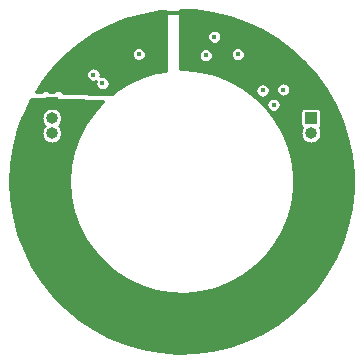
<source format=gbr>
G04 #@! TF.GenerationSoftware,KiCad,Pcbnew,(5.1.4)-1*
G04 #@! TF.CreationDate,2020-07-30T12:24:00-07:00*
G04 #@! TF.ProjectId,Kicad LED Rings,4b696361-6420-44c4-9544-2052696e6773,rev?*
G04 #@! TF.SameCoordinates,Original*
G04 #@! TF.FileFunction,Copper,L2,Inr*
G04 #@! TF.FilePolarity,Positive*
%FSLAX46Y46*%
G04 Gerber Fmt 4.6, Leading zero omitted, Abs format (unit mm)*
G04 Created by KiCad (PCBNEW (5.1.4)-1) date 2020-07-30 12:24:00*
%MOMM*%
%LPD*%
G04 APERTURE LIST*
%ADD10R,1.000000X1.000000*%
%ADD11O,1.000000X1.000000*%
%ADD12C,0.450000*%
%ADD13C,0.304800*%
%ADD14C,0.254000*%
G04 APERTURE END LIST*
D10*
X98659680Y-73283900D03*
D11*
X98659680Y-74553900D03*
X98659680Y-75823900D03*
D10*
X120591580Y-74553420D03*
D11*
X120591580Y-75823420D03*
D12*
X112412780Y-67665600D03*
X115846860Y-69682360D03*
X105369160Y-67236140D03*
X109595920Y-68486020D03*
X102946200Y-71594980D03*
X117436900Y-73416160D03*
X102176580Y-70868540D03*
X111691370Y-69230190D03*
X118239540Y-72130920D03*
X114409220Y-69148960D03*
X106029760Y-69128640D03*
X116499640Y-72204580D03*
D13*
X109976920Y-65620900D02*
X107881420Y-65620900D01*
D14*
G36*
X108305485Y-70523092D02*
G01*
X107447477Y-70667820D01*
X106235267Y-71043851D01*
X105083993Y-71578099D01*
X104014199Y-72261029D01*
X103759912Y-72476016D01*
X99656313Y-72388094D01*
X99610865Y-72332715D01*
X99514174Y-72253363D01*
X99403860Y-72194398D01*
X99284162Y-72158088D01*
X99159680Y-72145828D01*
X98945430Y-72148900D01*
X98786680Y-72307650D01*
X98786680Y-72369461D01*
X98532680Y-72364019D01*
X98532680Y-72307650D01*
X98373930Y-72148900D01*
X98159680Y-72145828D01*
X98035198Y-72158088D01*
X97915500Y-72194398D01*
X97805186Y-72253363D01*
X97708495Y-72332715D01*
X97697490Y-72346125D01*
X97282407Y-72337231D01*
X97816604Y-71497385D01*
X98361556Y-70808854D01*
X101570580Y-70808854D01*
X101570580Y-70928226D01*
X101593868Y-71045304D01*
X101639550Y-71155589D01*
X101705869Y-71254842D01*
X101790278Y-71339251D01*
X101889531Y-71405570D01*
X101999816Y-71451252D01*
X102116894Y-71474540D01*
X102236266Y-71474540D01*
X102353344Y-71451252D01*
X102357238Y-71449639D01*
X102340200Y-71535294D01*
X102340200Y-71654666D01*
X102363488Y-71771744D01*
X102409170Y-71882029D01*
X102475489Y-71981282D01*
X102559898Y-72065691D01*
X102659151Y-72132010D01*
X102769436Y-72177692D01*
X102886514Y-72200980D01*
X103005886Y-72200980D01*
X103122964Y-72177692D01*
X103233249Y-72132010D01*
X103332502Y-72065691D01*
X103416911Y-71981282D01*
X103483230Y-71882029D01*
X103528912Y-71771744D01*
X103552200Y-71654666D01*
X103552200Y-71535294D01*
X103528912Y-71418216D01*
X103483230Y-71307931D01*
X103416911Y-71208678D01*
X103332502Y-71124269D01*
X103233249Y-71057950D01*
X103122964Y-71012268D01*
X103005886Y-70988980D01*
X102886514Y-70988980D01*
X102769436Y-71012268D01*
X102765542Y-71013881D01*
X102782580Y-70928226D01*
X102782580Y-70808854D01*
X102759292Y-70691776D01*
X102713610Y-70581491D01*
X102647291Y-70482238D01*
X102562882Y-70397829D01*
X102463629Y-70331510D01*
X102353344Y-70285828D01*
X102236266Y-70262540D01*
X102116894Y-70262540D01*
X101999816Y-70285828D01*
X101889531Y-70331510D01*
X101790278Y-70397829D01*
X101705869Y-70482238D01*
X101639550Y-70581491D01*
X101593868Y-70691776D01*
X101570580Y-70808854D01*
X98361556Y-70808854D01*
X98744315Y-70325251D01*
X99787630Y-69254718D01*
X100010305Y-69068954D01*
X105423760Y-69068954D01*
X105423760Y-69188326D01*
X105447048Y-69305404D01*
X105492730Y-69415689D01*
X105559049Y-69514942D01*
X105643458Y-69599351D01*
X105742711Y-69665670D01*
X105852996Y-69711352D01*
X105970074Y-69734640D01*
X106089446Y-69734640D01*
X106206524Y-69711352D01*
X106316809Y-69665670D01*
X106416062Y-69599351D01*
X106500471Y-69514942D01*
X106566790Y-69415689D01*
X106612472Y-69305404D01*
X106635760Y-69188326D01*
X106635760Y-69068954D01*
X106612472Y-68951876D01*
X106566790Y-68841591D01*
X106500471Y-68742338D01*
X106416062Y-68657929D01*
X106316809Y-68591610D01*
X106206524Y-68545928D01*
X106089446Y-68522640D01*
X105970074Y-68522640D01*
X105852996Y-68545928D01*
X105742711Y-68591610D01*
X105643458Y-68657929D01*
X105559049Y-68742338D01*
X105492730Y-68841591D01*
X105447048Y-68951876D01*
X105423760Y-69068954D01*
X100010305Y-69068954D01*
X100935489Y-68297134D01*
X102175723Y-67462649D01*
X103495187Y-66760109D01*
X104879893Y-66196961D01*
X106315164Y-65779175D01*
X107785784Y-65511178D01*
X108320381Y-65469797D01*
X108305485Y-70523092D01*
X108305485Y-70523092D01*
G37*
X108305485Y-70523092D02*
X107447477Y-70667820D01*
X106235267Y-71043851D01*
X105083993Y-71578099D01*
X104014199Y-72261029D01*
X103759912Y-72476016D01*
X99656313Y-72388094D01*
X99610865Y-72332715D01*
X99514174Y-72253363D01*
X99403860Y-72194398D01*
X99284162Y-72158088D01*
X99159680Y-72145828D01*
X98945430Y-72148900D01*
X98786680Y-72307650D01*
X98786680Y-72369461D01*
X98532680Y-72364019D01*
X98532680Y-72307650D01*
X98373930Y-72148900D01*
X98159680Y-72145828D01*
X98035198Y-72158088D01*
X97915500Y-72194398D01*
X97805186Y-72253363D01*
X97708495Y-72332715D01*
X97697490Y-72346125D01*
X97282407Y-72337231D01*
X97816604Y-71497385D01*
X98361556Y-70808854D01*
X101570580Y-70808854D01*
X101570580Y-70928226D01*
X101593868Y-71045304D01*
X101639550Y-71155589D01*
X101705869Y-71254842D01*
X101790278Y-71339251D01*
X101889531Y-71405570D01*
X101999816Y-71451252D01*
X102116894Y-71474540D01*
X102236266Y-71474540D01*
X102353344Y-71451252D01*
X102357238Y-71449639D01*
X102340200Y-71535294D01*
X102340200Y-71654666D01*
X102363488Y-71771744D01*
X102409170Y-71882029D01*
X102475489Y-71981282D01*
X102559898Y-72065691D01*
X102659151Y-72132010D01*
X102769436Y-72177692D01*
X102886514Y-72200980D01*
X103005886Y-72200980D01*
X103122964Y-72177692D01*
X103233249Y-72132010D01*
X103332502Y-72065691D01*
X103416911Y-71981282D01*
X103483230Y-71882029D01*
X103528912Y-71771744D01*
X103552200Y-71654666D01*
X103552200Y-71535294D01*
X103528912Y-71418216D01*
X103483230Y-71307931D01*
X103416911Y-71208678D01*
X103332502Y-71124269D01*
X103233249Y-71057950D01*
X103122964Y-71012268D01*
X103005886Y-70988980D01*
X102886514Y-70988980D01*
X102769436Y-71012268D01*
X102765542Y-71013881D01*
X102782580Y-70928226D01*
X102782580Y-70808854D01*
X102759292Y-70691776D01*
X102713610Y-70581491D01*
X102647291Y-70482238D01*
X102562882Y-70397829D01*
X102463629Y-70331510D01*
X102353344Y-70285828D01*
X102236266Y-70262540D01*
X102116894Y-70262540D01*
X101999816Y-70285828D01*
X101889531Y-70331510D01*
X101790278Y-70397829D01*
X101705869Y-70482238D01*
X101639550Y-70581491D01*
X101593868Y-70691776D01*
X101570580Y-70808854D01*
X98361556Y-70808854D01*
X98744315Y-70325251D01*
X99787630Y-69254718D01*
X100010305Y-69068954D01*
X105423760Y-69068954D01*
X105423760Y-69188326D01*
X105447048Y-69305404D01*
X105492730Y-69415689D01*
X105559049Y-69514942D01*
X105643458Y-69599351D01*
X105742711Y-69665670D01*
X105852996Y-69711352D01*
X105970074Y-69734640D01*
X106089446Y-69734640D01*
X106206524Y-69711352D01*
X106316809Y-69665670D01*
X106416062Y-69599351D01*
X106500471Y-69514942D01*
X106566790Y-69415689D01*
X106612472Y-69305404D01*
X106635760Y-69188326D01*
X106635760Y-69068954D01*
X106612472Y-68951876D01*
X106566790Y-68841591D01*
X106500471Y-68742338D01*
X106416062Y-68657929D01*
X106316809Y-68591610D01*
X106206524Y-68545928D01*
X106089446Y-68522640D01*
X105970074Y-68522640D01*
X105852996Y-68545928D01*
X105742711Y-68591610D01*
X105643458Y-68657929D01*
X105559049Y-68742338D01*
X105492730Y-68841591D01*
X105447048Y-68951876D01*
X105423760Y-69068954D01*
X100010305Y-69068954D01*
X100935489Y-68297134D01*
X102175723Y-67462649D01*
X103495187Y-66760109D01*
X104879893Y-66196961D01*
X106315164Y-65779175D01*
X107785784Y-65511178D01*
X108320381Y-65469797D01*
X108305485Y-70523092D01*
G36*
X110770511Y-65434303D02*
G01*
X112252977Y-65626238D01*
X113707852Y-65969584D01*
X115119712Y-66460702D01*
X116473592Y-67094387D01*
X117755141Y-67863919D01*
X118950772Y-68761144D01*
X120047814Y-69776549D01*
X121034635Y-70899371D01*
X121900777Y-72117708D01*
X122637058Y-73418645D01*
X123235672Y-74788392D01*
X123690276Y-76212430D01*
X123996048Y-77675663D01*
X124149749Y-79162580D01*
X124149749Y-80657420D01*
X123996048Y-82144337D01*
X123690276Y-83607570D01*
X123235672Y-85031608D01*
X122637058Y-86401355D01*
X121900777Y-87702292D01*
X121034635Y-88920629D01*
X120047814Y-90043451D01*
X118950772Y-91058856D01*
X117755141Y-91956081D01*
X116473592Y-92725613D01*
X115119712Y-93359298D01*
X113707852Y-93850416D01*
X112252977Y-94193762D01*
X110770511Y-94385697D01*
X109276166Y-94424186D01*
X107785784Y-94308822D01*
X106315164Y-94040825D01*
X104879893Y-93623039D01*
X103495187Y-93059891D01*
X102175723Y-92357351D01*
X100935489Y-91522866D01*
X99787630Y-90565282D01*
X98744315Y-89494749D01*
X97816604Y-88322615D01*
X97014329Y-87061305D01*
X96345995Y-85724190D01*
X95818687Y-84325443D01*
X95437994Y-82879891D01*
X95207953Y-81402858D01*
X95131000Y-79910000D01*
X95207953Y-78417142D01*
X95437994Y-76940109D01*
X95818687Y-75494557D01*
X96173301Y-74553900D01*
X97774418Y-74553900D01*
X97791428Y-74726606D01*
X97841805Y-74892675D01*
X97923612Y-75045725D01*
X98033705Y-75179875D01*
X98044702Y-75188900D01*
X98033705Y-75197925D01*
X97923612Y-75332075D01*
X97841805Y-75485125D01*
X97791428Y-75651194D01*
X97774418Y-75823900D01*
X97791428Y-75996606D01*
X97841805Y-76162675D01*
X97923612Y-76315725D01*
X98033705Y-76449875D01*
X98167855Y-76559968D01*
X98320905Y-76641775D01*
X98486974Y-76692152D01*
X98616407Y-76704900D01*
X98702953Y-76704900D01*
X98832386Y-76692152D01*
X98998455Y-76641775D01*
X99151505Y-76559968D01*
X99285655Y-76449875D01*
X99395748Y-76315725D01*
X99477555Y-76162675D01*
X99527932Y-75996606D01*
X99544942Y-75823900D01*
X99527932Y-75651194D01*
X99477555Y-75485125D01*
X99395748Y-75332075D01*
X99285655Y-75197925D01*
X99274658Y-75188900D01*
X99285655Y-75179875D01*
X99395748Y-75045725D01*
X99477555Y-74892675D01*
X99527932Y-74726606D01*
X99544942Y-74553900D01*
X99527932Y-74381194D01*
X99477555Y-74215125D01*
X99395748Y-74062075D01*
X99285655Y-73927925D01*
X99151505Y-73817832D01*
X98998455Y-73736025D01*
X98832386Y-73685648D01*
X98702953Y-73672900D01*
X98616407Y-73672900D01*
X98486974Y-73685648D01*
X98320905Y-73736025D01*
X98167855Y-73817832D01*
X98033705Y-73927925D01*
X97923612Y-74062075D01*
X97841805Y-74215125D01*
X97791428Y-74381194D01*
X97774418Y-74553900D01*
X96173301Y-74553900D01*
X96345995Y-74095810D01*
X96921009Y-72945396D01*
X103021511Y-73106402D01*
X102193621Y-74021756D01*
X101475325Y-75068132D01*
X100902905Y-76200911D01*
X100486578Y-77399879D01*
X100233773Y-78643641D01*
X100149000Y-79910000D01*
X100233773Y-81176359D01*
X100486578Y-82420121D01*
X100902905Y-83619089D01*
X101475325Y-84751868D01*
X102193621Y-85798244D01*
X103044977Y-86739544D01*
X104014199Y-87558971D01*
X105083993Y-88241901D01*
X106235267Y-88776149D01*
X107447477Y-89152180D01*
X108698991Y-89363284D01*
X109967476Y-89405694D01*
X111230295Y-89278653D01*
X112464914Y-88984429D01*
X113649301Y-88528271D01*
X114762320Y-87918319D01*
X115784110Y-87165460D01*
X116696437Y-86283126D01*
X117483019Y-85287063D01*
X118129821Y-84195047D01*
X118625301Y-83026564D01*
X118960616Y-81802466D01*
X119129783Y-80544597D01*
X119129783Y-79275403D01*
X118960616Y-78017534D01*
X118625301Y-76793436D01*
X118213979Y-75823420D01*
X119706318Y-75823420D01*
X119723328Y-75996126D01*
X119773705Y-76162195D01*
X119855512Y-76315245D01*
X119965605Y-76449395D01*
X120099755Y-76559488D01*
X120252805Y-76641295D01*
X120418874Y-76691672D01*
X120548307Y-76704420D01*
X120634853Y-76704420D01*
X120764286Y-76691672D01*
X120930355Y-76641295D01*
X121083405Y-76559488D01*
X121217555Y-76449395D01*
X121327648Y-76315245D01*
X121409455Y-76162195D01*
X121459832Y-75996126D01*
X121476842Y-75823420D01*
X121459832Y-75650714D01*
X121409455Y-75484645D01*
X121335438Y-75346169D01*
X121362291Y-75324131D01*
X121409902Y-75266116D01*
X121445281Y-75199928D01*
X121467067Y-75128109D01*
X121474423Y-75053420D01*
X121474423Y-74053420D01*
X121467067Y-73978731D01*
X121445281Y-73906912D01*
X121409902Y-73840724D01*
X121362291Y-73782709D01*
X121304276Y-73735098D01*
X121238088Y-73699719D01*
X121166269Y-73677933D01*
X121091580Y-73670577D01*
X120091580Y-73670577D01*
X120016891Y-73677933D01*
X119945072Y-73699719D01*
X119878884Y-73735098D01*
X119820869Y-73782709D01*
X119773258Y-73840724D01*
X119737879Y-73906912D01*
X119716093Y-73978731D01*
X119708737Y-74053420D01*
X119708737Y-75053420D01*
X119716093Y-75128109D01*
X119737879Y-75199928D01*
X119773258Y-75266116D01*
X119820869Y-75324131D01*
X119847722Y-75346169D01*
X119773705Y-75484645D01*
X119723328Y-75650714D01*
X119706318Y-75823420D01*
X118213979Y-75823420D01*
X118129821Y-75624953D01*
X117483019Y-74532937D01*
X116696437Y-73536874D01*
X116509905Y-73356474D01*
X116830900Y-73356474D01*
X116830900Y-73475846D01*
X116854188Y-73592924D01*
X116899870Y-73703209D01*
X116966189Y-73802462D01*
X117050598Y-73886871D01*
X117149851Y-73953190D01*
X117260136Y-73998872D01*
X117377214Y-74022160D01*
X117496586Y-74022160D01*
X117613664Y-73998872D01*
X117723949Y-73953190D01*
X117823202Y-73886871D01*
X117907611Y-73802462D01*
X117973930Y-73703209D01*
X118019612Y-73592924D01*
X118042900Y-73475846D01*
X118042900Y-73356474D01*
X118019612Y-73239396D01*
X117973930Y-73129111D01*
X117907611Y-73029858D01*
X117823202Y-72945449D01*
X117723949Y-72879130D01*
X117613664Y-72833448D01*
X117496586Y-72810160D01*
X117377214Y-72810160D01*
X117260136Y-72833448D01*
X117149851Y-72879130D01*
X117050598Y-72945449D01*
X116966189Y-73029858D01*
X116899870Y-73129111D01*
X116854188Y-73239396D01*
X116830900Y-73356474D01*
X116509905Y-73356474D01*
X115784110Y-72654540D01*
X115092412Y-72144894D01*
X115893640Y-72144894D01*
X115893640Y-72264266D01*
X115916928Y-72381344D01*
X115962610Y-72491629D01*
X116028929Y-72590882D01*
X116113338Y-72675291D01*
X116212591Y-72741610D01*
X116322876Y-72787292D01*
X116439954Y-72810580D01*
X116559326Y-72810580D01*
X116676404Y-72787292D01*
X116786689Y-72741610D01*
X116885942Y-72675291D01*
X116970351Y-72590882D01*
X117036670Y-72491629D01*
X117082352Y-72381344D01*
X117105640Y-72264266D01*
X117105640Y-72144894D01*
X117090989Y-72071234D01*
X117633540Y-72071234D01*
X117633540Y-72190606D01*
X117656828Y-72307684D01*
X117702510Y-72417969D01*
X117768829Y-72517222D01*
X117853238Y-72601631D01*
X117952491Y-72667950D01*
X118062776Y-72713632D01*
X118179854Y-72736920D01*
X118299226Y-72736920D01*
X118416304Y-72713632D01*
X118526589Y-72667950D01*
X118625842Y-72601631D01*
X118710251Y-72517222D01*
X118776570Y-72417969D01*
X118822252Y-72307684D01*
X118845540Y-72190606D01*
X118845540Y-72071234D01*
X118822252Y-71954156D01*
X118776570Y-71843871D01*
X118710251Y-71744618D01*
X118625842Y-71660209D01*
X118526589Y-71593890D01*
X118416304Y-71548208D01*
X118299226Y-71524920D01*
X118179854Y-71524920D01*
X118062776Y-71548208D01*
X117952491Y-71593890D01*
X117853238Y-71660209D01*
X117768829Y-71744618D01*
X117702510Y-71843871D01*
X117656828Y-71954156D01*
X117633540Y-72071234D01*
X117090989Y-72071234D01*
X117082352Y-72027816D01*
X117036670Y-71917531D01*
X116970351Y-71818278D01*
X116885942Y-71733869D01*
X116786689Y-71667550D01*
X116676404Y-71621868D01*
X116559326Y-71598580D01*
X116439954Y-71598580D01*
X116322876Y-71621868D01*
X116212591Y-71667550D01*
X116113338Y-71733869D01*
X116028929Y-71818278D01*
X115962610Y-71917531D01*
X115916928Y-72027816D01*
X115893640Y-72144894D01*
X115092412Y-72144894D01*
X114762320Y-71901681D01*
X113649301Y-71291729D01*
X112464914Y-70835571D01*
X111230295Y-70541347D01*
X109967476Y-70414306D01*
X109480920Y-70430573D01*
X109481197Y-69170504D01*
X111085370Y-69170504D01*
X111085370Y-69289876D01*
X111108658Y-69406954D01*
X111154340Y-69517239D01*
X111220659Y-69616492D01*
X111305068Y-69700901D01*
X111404321Y-69767220D01*
X111514606Y-69812902D01*
X111631684Y-69836190D01*
X111751056Y-69836190D01*
X111868134Y-69812902D01*
X111978419Y-69767220D01*
X112077672Y-69700901D01*
X112162081Y-69616492D01*
X112228400Y-69517239D01*
X112274082Y-69406954D01*
X112297370Y-69289876D01*
X112297370Y-69170504D01*
X112281213Y-69089274D01*
X113803220Y-69089274D01*
X113803220Y-69208646D01*
X113826508Y-69325724D01*
X113872190Y-69436009D01*
X113938509Y-69535262D01*
X114022918Y-69619671D01*
X114122171Y-69685990D01*
X114232456Y-69731672D01*
X114349534Y-69754960D01*
X114468906Y-69754960D01*
X114585984Y-69731672D01*
X114696269Y-69685990D01*
X114795522Y-69619671D01*
X114879931Y-69535262D01*
X114946250Y-69436009D01*
X114991932Y-69325724D01*
X115015220Y-69208646D01*
X115015220Y-69089274D01*
X114991932Y-68972196D01*
X114946250Y-68861911D01*
X114879931Y-68762658D01*
X114795522Y-68678249D01*
X114696269Y-68611930D01*
X114585984Y-68566248D01*
X114468906Y-68542960D01*
X114349534Y-68542960D01*
X114232456Y-68566248D01*
X114122171Y-68611930D01*
X114022918Y-68678249D01*
X113938509Y-68762658D01*
X113872190Y-68861911D01*
X113826508Y-68972196D01*
X113803220Y-69089274D01*
X112281213Y-69089274D01*
X112274082Y-69053426D01*
X112228400Y-68943141D01*
X112162081Y-68843888D01*
X112077672Y-68759479D01*
X111978419Y-68693160D01*
X111868134Y-68647478D01*
X111751056Y-68624190D01*
X111631684Y-68624190D01*
X111514606Y-68647478D01*
X111404321Y-68693160D01*
X111305068Y-68759479D01*
X111220659Y-68843888D01*
X111154340Y-68943141D01*
X111108658Y-69053426D01*
X111085370Y-69170504D01*
X109481197Y-69170504D01*
X109481541Y-67605914D01*
X111806780Y-67605914D01*
X111806780Y-67725286D01*
X111830068Y-67842364D01*
X111875750Y-67952649D01*
X111942069Y-68051902D01*
X112026478Y-68136311D01*
X112125731Y-68202630D01*
X112236016Y-68248312D01*
X112353094Y-68271600D01*
X112472466Y-68271600D01*
X112589544Y-68248312D01*
X112699829Y-68202630D01*
X112799082Y-68136311D01*
X112883491Y-68051902D01*
X112949810Y-67952649D01*
X112995492Y-67842364D01*
X113018780Y-67725286D01*
X113018780Y-67605914D01*
X112995492Y-67488836D01*
X112949810Y-67378551D01*
X112883491Y-67279298D01*
X112799082Y-67194889D01*
X112699829Y-67128570D01*
X112589544Y-67082888D01*
X112472466Y-67059600D01*
X112353094Y-67059600D01*
X112236016Y-67082888D01*
X112125731Y-67128570D01*
X112026478Y-67194889D01*
X111942069Y-67279298D01*
X111875750Y-67378551D01*
X111830068Y-67488836D01*
X111806780Y-67605914D01*
X109481541Y-67605914D01*
X109482026Y-65401116D01*
X110770511Y-65434303D01*
X110770511Y-65434303D01*
G37*
X110770511Y-65434303D02*
X112252977Y-65626238D01*
X113707852Y-65969584D01*
X115119712Y-66460702D01*
X116473592Y-67094387D01*
X117755141Y-67863919D01*
X118950772Y-68761144D01*
X120047814Y-69776549D01*
X121034635Y-70899371D01*
X121900777Y-72117708D01*
X122637058Y-73418645D01*
X123235672Y-74788392D01*
X123690276Y-76212430D01*
X123996048Y-77675663D01*
X124149749Y-79162580D01*
X124149749Y-80657420D01*
X123996048Y-82144337D01*
X123690276Y-83607570D01*
X123235672Y-85031608D01*
X122637058Y-86401355D01*
X121900777Y-87702292D01*
X121034635Y-88920629D01*
X120047814Y-90043451D01*
X118950772Y-91058856D01*
X117755141Y-91956081D01*
X116473592Y-92725613D01*
X115119712Y-93359298D01*
X113707852Y-93850416D01*
X112252977Y-94193762D01*
X110770511Y-94385697D01*
X109276166Y-94424186D01*
X107785784Y-94308822D01*
X106315164Y-94040825D01*
X104879893Y-93623039D01*
X103495187Y-93059891D01*
X102175723Y-92357351D01*
X100935489Y-91522866D01*
X99787630Y-90565282D01*
X98744315Y-89494749D01*
X97816604Y-88322615D01*
X97014329Y-87061305D01*
X96345995Y-85724190D01*
X95818687Y-84325443D01*
X95437994Y-82879891D01*
X95207953Y-81402858D01*
X95131000Y-79910000D01*
X95207953Y-78417142D01*
X95437994Y-76940109D01*
X95818687Y-75494557D01*
X96173301Y-74553900D01*
X97774418Y-74553900D01*
X97791428Y-74726606D01*
X97841805Y-74892675D01*
X97923612Y-75045725D01*
X98033705Y-75179875D01*
X98044702Y-75188900D01*
X98033705Y-75197925D01*
X97923612Y-75332075D01*
X97841805Y-75485125D01*
X97791428Y-75651194D01*
X97774418Y-75823900D01*
X97791428Y-75996606D01*
X97841805Y-76162675D01*
X97923612Y-76315725D01*
X98033705Y-76449875D01*
X98167855Y-76559968D01*
X98320905Y-76641775D01*
X98486974Y-76692152D01*
X98616407Y-76704900D01*
X98702953Y-76704900D01*
X98832386Y-76692152D01*
X98998455Y-76641775D01*
X99151505Y-76559968D01*
X99285655Y-76449875D01*
X99395748Y-76315725D01*
X99477555Y-76162675D01*
X99527932Y-75996606D01*
X99544942Y-75823900D01*
X99527932Y-75651194D01*
X99477555Y-75485125D01*
X99395748Y-75332075D01*
X99285655Y-75197925D01*
X99274658Y-75188900D01*
X99285655Y-75179875D01*
X99395748Y-75045725D01*
X99477555Y-74892675D01*
X99527932Y-74726606D01*
X99544942Y-74553900D01*
X99527932Y-74381194D01*
X99477555Y-74215125D01*
X99395748Y-74062075D01*
X99285655Y-73927925D01*
X99151505Y-73817832D01*
X98998455Y-73736025D01*
X98832386Y-73685648D01*
X98702953Y-73672900D01*
X98616407Y-73672900D01*
X98486974Y-73685648D01*
X98320905Y-73736025D01*
X98167855Y-73817832D01*
X98033705Y-73927925D01*
X97923612Y-74062075D01*
X97841805Y-74215125D01*
X97791428Y-74381194D01*
X97774418Y-74553900D01*
X96173301Y-74553900D01*
X96345995Y-74095810D01*
X96921009Y-72945396D01*
X103021511Y-73106402D01*
X102193621Y-74021756D01*
X101475325Y-75068132D01*
X100902905Y-76200911D01*
X100486578Y-77399879D01*
X100233773Y-78643641D01*
X100149000Y-79910000D01*
X100233773Y-81176359D01*
X100486578Y-82420121D01*
X100902905Y-83619089D01*
X101475325Y-84751868D01*
X102193621Y-85798244D01*
X103044977Y-86739544D01*
X104014199Y-87558971D01*
X105083993Y-88241901D01*
X106235267Y-88776149D01*
X107447477Y-89152180D01*
X108698991Y-89363284D01*
X109967476Y-89405694D01*
X111230295Y-89278653D01*
X112464914Y-88984429D01*
X113649301Y-88528271D01*
X114762320Y-87918319D01*
X115784110Y-87165460D01*
X116696437Y-86283126D01*
X117483019Y-85287063D01*
X118129821Y-84195047D01*
X118625301Y-83026564D01*
X118960616Y-81802466D01*
X119129783Y-80544597D01*
X119129783Y-79275403D01*
X118960616Y-78017534D01*
X118625301Y-76793436D01*
X118213979Y-75823420D01*
X119706318Y-75823420D01*
X119723328Y-75996126D01*
X119773705Y-76162195D01*
X119855512Y-76315245D01*
X119965605Y-76449395D01*
X120099755Y-76559488D01*
X120252805Y-76641295D01*
X120418874Y-76691672D01*
X120548307Y-76704420D01*
X120634853Y-76704420D01*
X120764286Y-76691672D01*
X120930355Y-76641295D01*
X121083405Y-76559488D01*
X121217555Y-76449395D01*
X121327648Y-76315245D01*
X121409455Y-76162195D01*
X121459832Y-75996126D01*
X121476842Y-75823420D01*
X121459832Y-75650714D01*
X121409455Y-75484645D01*
X121335438Y-75346169D01*
X121362291Y-75324131D01*
X121409902Y-75266116D01*
X121445281Y-75199928D01*
X121467067Y-75128109D01*
X121474423Y-75053420D01*
X121474423Y-74053420D01*
X121467067Y-73978731D01*
X121445281Y-73906912D01*
X121409902Y-73840724D01*
X121362291Y-73782709D01*
X121304276Y-73735098D01*
X121238088Y-73699719D01*
X121166269Y-73677933D01*
X121091580Y-73670577D01*
X120091580Y-73670577D01*
X120016891Y-73677933D01*
X119945072Y-73699719D01*
X119878884Y-73735098D01*
X119820869Y-73782709D01*
X119773258Y-73840724D01*
X119737879Y-73906912D01*
X119716093Y-73978731D01*
X119708737Y-74053420D01*
X119708737Y-75053420D01*
X119716093Y-75128109D01*
X119737879Y-75199928D01*
X119773258Y-75266116D01*
X119820869Y-75324131D01*
X119847722Y-75346169D01*
X119773705Y-75484645D01*
X119723328Y-75650714D01*
X119706318Y-75823420D01*
X118213979Y-75823420D01*
X118129821Y-75624953D01*
X117483019Y-74532937D01*
X116696437Y-73536874D01*
X116509905Y-73356474D01*
X116830900Y-73356474D01*
X116830900Y-73475846D01*
X116854188Y-73592924D01*
X116899870Y-73703209D01*
X116966189Y-73802462D01*
X117050598Y-73886871D01*
X117149851Y-73953190D01*
X117260136Y-73998872D01*
X117377214Y-74022160D01*
X117496586Y-74022160D01*
X117613664Y-73998872D01*
X117723949Y-73953190D01*
X117823202Y-73886871D01*
X117907611Y-73802462D01*
X117973930Y-73703209D01*
X118019612Y-73592924D01*
X118042900Y-73475846D01*
X118042900Y-73356474D01*
X118019612Y-73239396D01*
X117973930Y-73129111D01*
X117907611Y-73029858D01*
X117823202Y-72945449D01*
X117723949Y-72879130D01*
X117613664Y-72833448D01*
X117496586Y-72810160D01*
X117377214Y-72810160D01*
X117260136Y-72833448D01*
X117149851Y-72879130D01*
X117050598Y-72945449D01*
X116966189Y-73029858D01*
X116899870Y-73129111D01*
X116854188Y-73239396D01*
X116830900Y-73356474D01*
X116509905Y-73356474D01*
X115784110Y-72654540D01*
X115092412Y-72144894D01*
X115893640Y-72144894D01*
X115893640Y-72264266D01*
X115916928Y-72381344D01*
X115962610Y-72491629D01*
X116028929Y-72590882D01*
X116113338Y-72675291D01*
X116212591Y-72741610D01*
X116322876Y-72787292D01*
X116439954Y-72810580D01*
X116559326Y-72810580D01*
X116676404Y-72787292D01*
X116786689Y-72741610D01*
X116885942Y-72675291D01*
X116970351Y-72590882D01*
X117036670Y-72491629D01*
X117082352Y-72381344D01*
X117105640Y-72264266D01*
X117105640Y-72144894D01*
X117090989Y-72071234D01*
X117633540Y-72071234D01*
X117633540Y-72190606D01*
X117656828Y-72307684D01*
X117702510Y-72417969D01*
X117768829Y-72517222D01*
X117853238Y-72601631D01*
X117952491Y-72667950D01*
X118062776Y-72713632D01*
X118179854Y-72736920D01*
X118299226Y-72736920D01*
X118416304Y-72713632D01*
X118526589Y-72667950D01*
X118625842Y-72601631D01*
X118710251Y-72517222D01*
X118776570Y-72417969D01*
X118822252Y-72307684D01*
X118845540Y-72190606D01*
X118845540Y-72071234D01*
X118822252Y-71954156D01*
X118776570Y-71843871D01*
X118710251Y-71744618D01*
X118625842Y-71660209D01*
X118526589Y-71593890D01*
X118416304Y-71548208D01*
X118299226Y-71524920D01*
X118179854Y-71524920D01*
X118062776Y-71548208D01*
X117952491Y-71593890D01*
X117853238Y-71660209D01*
X117768829Y-71744618D01*
X117702510Y-71843871D01*
X117656828Y-71954156D01*
X117633540Y-72071234D01*
X117090989Y-72071234D01*
X117082352Y-72027816D01*
X117036670Y-71917531D01*
X116970351Y-71818278D01*
X116885942Y-71733869D01*
X116786689Y-71667550D01*
X116676404Y-71621868D01*
X116559326Y-71598580D01*
X116439954Y-71598580D01*
X116322876Y-71621868D01*
X116212591Y-71667550D01*
X116113338Y-71733869D01*
X116028929Y-71818278D01*
X115962610Y-71917531D01*
X115916928Y-72027816D01*
X115893640Y-72144894D01*
X115092412Y-72144894D01*
X114762320Y-71901681D01*
X113649301Y-71291729D01*
X112464914Y-70835571D01*
X111230295Y-70541347D01*
X109967476Y-70414306D01*
X109480920Y-70430573D01*
X109481197Y-69170504D01*
X111085370Y-69170504D01*
X111085370Y-69289876D01*
X111108658Y-69406954D01*
X111154340Y-69517239D01*
X111220659Y-69616492D01*
X111305068Y-69700901D01*
X111404321Y-69767220D01*
X111514606Y-69812902D01*
X111631684Y-69836190D01*
X111751056Y-69836190D01*
X111868134Y-69812902D01*
X111978419Y-69767220D01*
X112077672Y-69700901D01*
X112162081Y-69616492D01*
X112228400Y-69517239D01*
X112274082Y-69406954D01*
X112297370Y-69289876D01*
X112297370Y-69170504D01*
X112281213Y-69089274D01*
X113803220Y-69089274D01*
X113803220Y-69208646D01*
X113826508Y-69325724D01*
X113872190Y-69436009D01*
X113938509Y-69535262D01*
X114022918Y-69619671D01*
X114122171Y-69685990D01*
X114232456Y-69731672D01*
X114349534Y-69754960D01*
X114468906Y-69754960D01*
X114585984Y-69731672D01*
X114696269Y-69685990D01*
X114795522Y-69619671D01*
X114879931Y-69535262D01*
X114946250Y-69436009D01*
X114991932Y-69325724D01*
X115015220Y-69208646D01*
X115015220Y-69089274D01*
X114991932Y-68972196D01*
X114946250Y-68861911D01*
X114879931Y-68762658D01*
X114795522Y-68678249D01*
X114696269Y-68611930D01*
X114585984Y-68566248D01*
X114468906Y-68542960D01*
X114349534Y-68542960D01*
X114232456Y-68566248D01*
X114122171Y-68611930D01*
X114022918Y-68678249D01*
X113938509Y-68762658D01*
X113872190Y-68861911D01*
X113826508Y-68972196D01*
X113803220Y-69089274D01*
X112281213Y-69089274D01*
X112274082Y-69053426D01*
X112228400Y-68943141D01*
X112162081Y-68843888D01*
X112077672Y-68759479D01*
X111978419Y-68693160D01*
X111868134Y-68647478D01*
X111751056Y-68624190D01*
X111631684Y-68624190D01*
X111514606Y-68647478D01*
X111404321Y-68693160D01*
X111305068Y-68759479D01*
X111220659Y-68843888D01*
X111154340Y-68943141D01*
X111108658Y-69053426D01*
X111085370Y-69170504D01*
X109481197Y-69170504D01*
X109481541Y-67605914D01*
X111806780Y-67605914D01*
X111806780Y-67725286D01*
X111830068Y-67842364D01*
X111875750Y-67952649D01*
X111942069Y-68051902D01*
X112026478Y-68136311D01*
X112125731Y-68202630D01*
X112236016Y-68248312D01*
X112353094Y-68271600D01*
X112472466Y-68271600D01*
X112589544Y-68248312D01*
X112699829Y-68202630D01*
X112799082Y-68136311D01*
X112883491Y-68051902D01*
X112949810Y-67952649D01*
X112995492Y-67842364D01*
X113018780Y-67725286D01*
X113018780Y-67605914D01*
X112995492Y-67488836D01*
X112949810Y-67378551D01*
X112883491Y-67279298D01*
X112799082Y-67194889D01*
X112699829Y-67128570D01*
X112589544Y-67082888D01*
X112472466Y-67059600D01*
X112353094Y-67059600D01*
X112236016Y-67082888D01*
X112125731Y-67128570D01*
X112026478Y-67194889D01*
X111942069Y-67279298D01*
X111875750Y-67378551D01*
X111830068Y-67488836D01*
X111806780Y-67605914D01*
X109481541Y-67605914D01*
X109482026Y-65401116D01*
X110770511Y-65434303D01*
M02*

</source>
